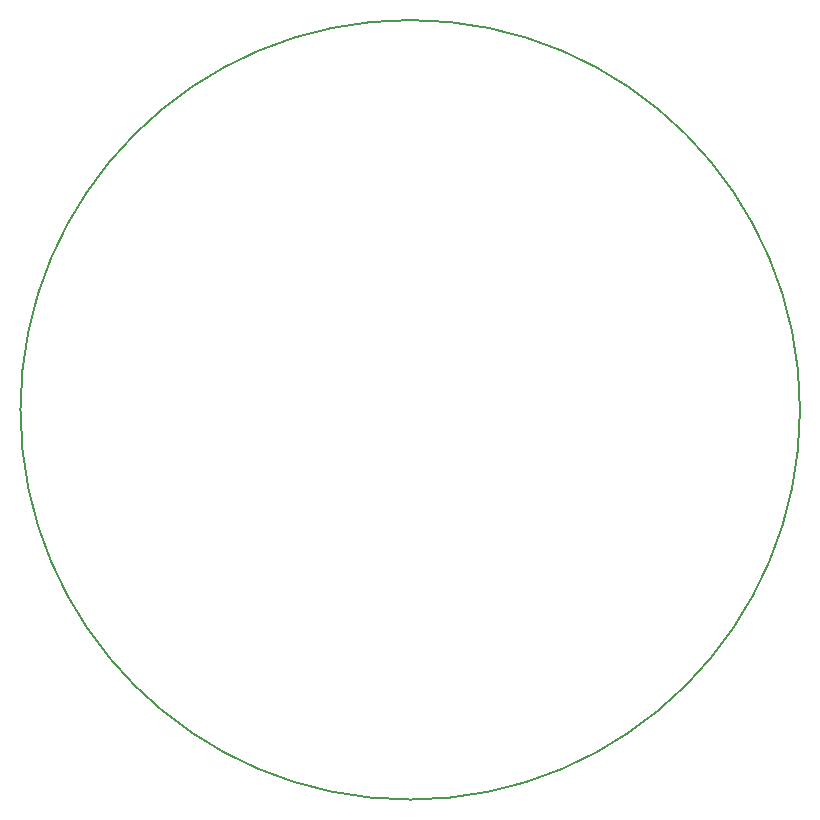
<source format=gbr>
G04 #@! TF.GenerationSoftware,KiCad,Pcbnew,(5.0.2)-1*
G04 #@! TF.CreationDate,2019-02-17T02:34:44-05:00*
G04 #@! TF.ProjectId,bikesenseCap,62696b65-7365-46e7-9365-4361702e6b69,REV B*
G04 #@! TF.SameCoordinates,Original*
G04 #@! TF.FileFunction,Profile,NP*
%FSLAX46Y46*%
G04 Gerber Fmt 4.6, Leading zero omitted, Abs format (unit mm)*
G04 Created by KiCad (PCBNEW (5.0.2)-1) date 2/17/2019 2:34:44 AM*
%MOMM*%
%LPD*%
G01*
G04 APERTURE LIST*
%ADD10C,0.150000*%
G04 APERTURE END LIST*
D10*
X183000000Y-100000000D02*
G75*
G03X183000000Y-100000000I-33000000J0D01*
G01*
M02*

</source>
